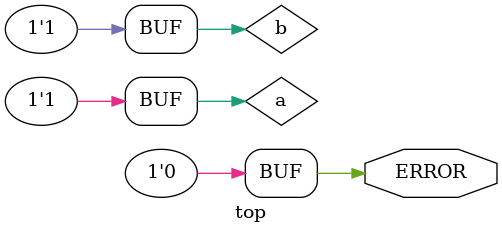
<source format=sv>


/*
:name: blocking_assignment
:description: blocking assignment test
:tags: 10.4.1
:type: simulation elaboration parsing
*/
`ifndef SYNTHESIS
`define ASSERT(BOOL) $display(":assert:(%b)", (BOOL))
`else
`define ASSERT(BOOL) ERROR |= !(BOOL)
`endif

module top(output reg ERROR);

logic a = 3;
logic b = 2;

initial begin
	ERROR = 0;
	a = 1;
	b = a;
	`ASSERT(a == b);
end

endmodule

</source>
